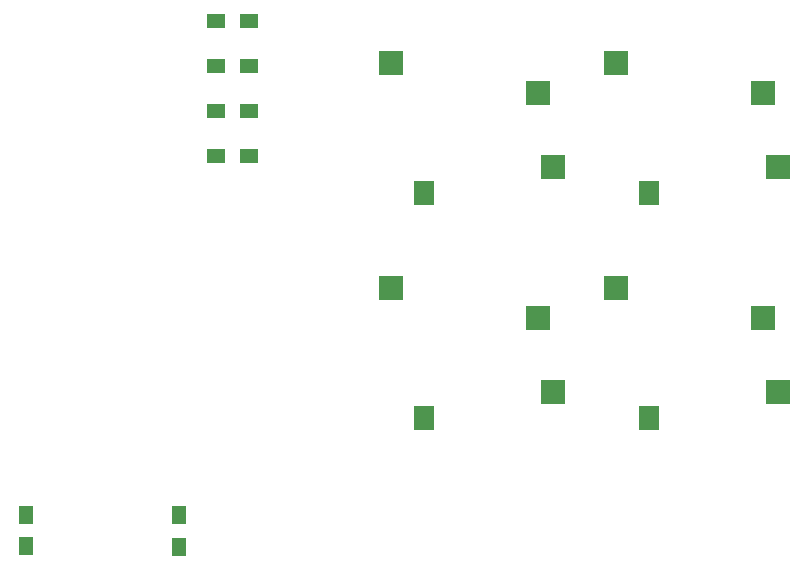
<source format=gtp>
G04 #@! TF.GenerationSoftware,KiCad,Pcbnew,(5.0.2)-1*
G04 #@! TF.CreationDate,2019-03-22T22:15:34+09:00*
G04 #@! TF.ProjectId,mitcard,6d697463-6172-4642-9e6b-696361645f70,rev?*
G04 #@! TF.SameCoordinates,Original*
G04 #@! TF.FileFunction,Paste,Top*
G04 #@! TF.FilePolarity,Positive*
%FSLAX46Y46*%
G04 Gerber Fmt 4.6, Leading zero omitted, Abs format (unit mm)*
G04 Created by KiCad (PCBNEW (5.0.2)-1) date 2019/03/22 22:15:34*
%MOMM*%
%LPD*%
G01*
G04 APERTURE LIST*
%ADD10R,2.000000X2.000000*%
%ADD11R,1.800000X2.000000*%
%ADD12R,1.600000X1.200000*%
%ADD13R,1.200000X1.500000*%
G04 APERTURE END LIST*
D10*
G04 #@! TO.C,SW1*
X114050000Y-67200000D03*
D11*
X103150000Y-69400000D03*
D10*
X112850000Y-60960000D03*
X100350000Y-58420000D03*
G04 #@! TD*
G04 #@! TO.C,SW4*
X119400000Y-77470000D03*
X131900000Y-80010000D03*
D11*
X122200000Y-88450000D03*
D10*
X133100000Y-86250000D03*
G04 #@! TD*
G04 #@! TO.C,SW2*
X100350000Y-77470000D03*
X112850000Y-80010000D03*
D11*
X103150000Y-88450000D03*
D10*
X114050000Y-86250000D03*
G04 #@! TD*
G04 #@! TO.C,SW3*
X133100000Y-67200000D03*
D11*
X122200000Y-69400000D03*
D10*
X131900000Y-60960000D03*
X119400000Y-58420000D03*
G04 #@! TD*
D12*
G04 #@! TO.C,D1*
X85525000Y-58645000D03*
X88325000Y-58645000D03*
G04 #@! TD*
G04 #@! TO.C,D2*
X85525000Y-62455000D03*
X88325000Y-62455000D03*
G04 #@! TD*
G04 #@! TO.C,D3*
X88325000Y-54835000D03*
X85525000Y-54835000D03*
G04 #@! TD*
G04 #@! TO.C,D4*
X88325000Y-66265000D03*
X85525000Y-66265000D03*
G04 #@! TD*
D13*
G04 #@! TO.C,R1*
X82385000Y-96665000D03*
X82385000Y-99365000D03*
G04 #@! TD*
G04 #@! TO.C,R2*
X69500000Y-99350000D03*
X69500000Y-96650000D03*
G04 #@! TD*
M02*

</source>
